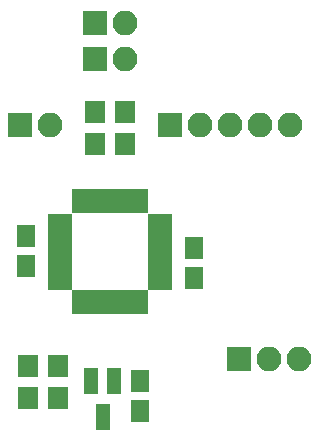
<source format=gbs>
G04 #@! TF.FileFunction,Soldermask,Bot*
%FSLAX46Y46*%
G04 Gerber Fmt 4.6, Leading zero omitted, Abs format (unit mm)*
G04 Created by KiCad (PCBNEW 4.0.6-e0-6349~53~ubuntu16.04.1) date Sun Jul  2 13:03:49 2017*
%MOMM*%
%LPD*%
G01*
G04 APERTURE LIST*
%ADD10C,0.100000*%
%ADD11R,2.100000X2.100000*%
%ADD12O,2.100000X2.100000*%
%ADD13R,1.650000X1.900000*%
%ADD14R,1.700000X1.900000*%
%ADD15R,1.200000X2.300000*%
%ADD16R,2.000000X0.950000*%
%ADD17R,0.950000X2.000000*%
G04 APERTURE END LIST*
D10*
D11*
X170942000Y-140970000D03*
D12*
X173482000Y-140970000D03*
X176022000Y-140970000D03*
D11*
X158750000Y-112522000D03*
D12*
X161290000Y-112522000D03*
D13*
X152908000Y-130576000D03*
X152908000Y-133076000D03*
X167132000Y-131592000D03*
X167132000Y-134092000D03*
X162560000Y-142875000D03*
X162560000Y-145375000D03*
D14*
X158750000Y-120062000D03*
X158750000Y-122762000D03*
X155575000Y-141605000D03*
X155575000Y-144305000D03*
X153035000Y-144305000D03*
X153035000Y-141605000D03*
X161290000Y-122762000D03*
X161290000Y-120062000D03*
D15*
X158435000Y-142875000D03*
X160335000Y-142875000D03*
X159385000Y-145875000D03*
D11*
X158750000Y-115570000D03*
D12*
X161290000Y-115570000D03*
D11*
X152400000Y-121158000D03*
D12*
X154940000Y-121158000D03*
D16*
X155770000Y-134685000D03*
X155770000Y-133885000D03*
X155770000Y-133085000D03*
X155770000Y-132285000D03*
X155770000Y-131485000D03*
X155770000Y-130685000D03*
X155770000Y-129885000D03*
X155770000Y-129085000D03*
D17*
X157220000Y-127635000D03*
X158020000Y-127635000D03*
X158820000Y-127635000D03*
X159620000Y-127635000D03*
X160420000Y-127635000D03*
X161220000Y-127635000D03*
X162020000Y-127635000D03*
X162820000Y-127635000D03*
D16*
X164270000Y-129085000D03*
X164270000Y-129885000D03*
X164270000Y-130685000D03*
X164270000Y-131485000D03*
X164270000Y-132285000D03*
X164270000Y-133085000D03*
X164270000Y-133885000D03*
X164270000Y-134685000D03*
D17*
X162820000Y-136135000D03*
X162020000Y-136135000D03*
X161220000Y-136135000D03*
X160420000Y-136135000D03*
X159620000Y-136135000D03*
X158820000Y-136135000D03*
X158020000Y-136135000D03*
X157220000Y-136135000D03*
D11*
X165100000Y-121158000D03*
D12*
X167640000Y-121158000D03*
X170180000Y-121158000D03*
X172720000Y-121158000D03*
X175260000Y-121158000D03*
M02*

</source>
